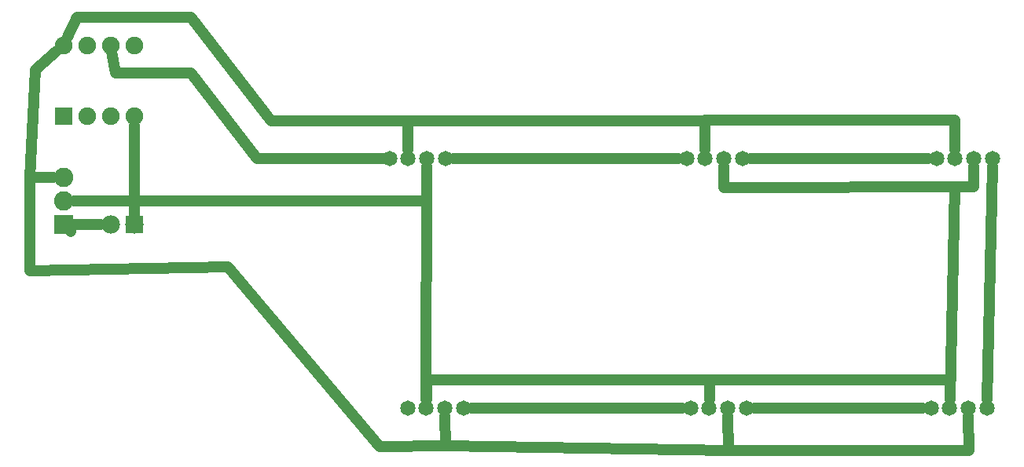
<source format=gbl>
G04 MADE WITH FRITZING*
G04 WWW.FRITZING.ORG*
G04 DOUBLE SIDED*
G04 HOLES PLATED*
G04 CONTOUR ON CENTER OF CONTOUR VECTOR*
%ASAXBY*%
%FSLAX23Y23*%
%MOIN*%
%OFA0B0*%
%SFA1.0B1.0*%
%ADD10C,0.075000*%
%ADD11C,0.082000*%
%ADD12C,0.078000*%
%ADD13C,0.065000*%
%ADD14R,0.075000X0.075000*%
%ADD15R,0.082000X0.082000*%
%ADD16R,0.078000X0.078000*%
%ADD17C,0.048000*%
%LNCOPPER0*%
G90*
G70*
G54D10*
X243Y2151D03*
X243Y2451D03*
X343Y2151D03*
X343Y2451D03*
X443Y2151D03*
X443Y2451D03*
X543Y2151D03*
X543Y2451D03*
G54D11*
X243Y1691D03*
X243Y1791D03*
X243Y1891D03*
G54D12*
X543Y1691D03*
X443Y1691D03*
G54D13*
X1863Y1971D03*
X1785Y1971D03*
X1706Y1971D03*
X1627Y1971D03*
X3123Y1971D03*
X3045Y1971D03*
X2966Y1971D03*
X2887Y1971D03*
X4183Y1971D03*
X4105Y1971D03*
X4026Y1971D03*
X3947Y1971D03*
X3923Y911D03*
X4002Y911D03*
X4081Y911D03*
X4160Y911D03*
X2903Y911D03*
X2982Y911D03*
X3061Y911D03*
X3140Y911D03*
X1703Y911D03*
X1782Y911D03*
X1861Y911D03*
X1940Y911D03*
G54D14*
X243Y2151D03*
G54D15*
X243Y1691D03*
G54D16*
X543Y1691D03*
G54D17*
X302Y2571D02*
X261Y2486D01*
D02*
X786Y2571D02*
X302Y2571D01*
D02*
X1123Y2131D02*
X786Y2571D01*
D02*
X1703Y2131D02*
X1123Y2131D01*
D02*
X1705Y2005D02*
X1703Y2131D01*
D02*
X1783Y1791D02*
X1784Y1936D01*
D02*
X543Y1791D02*
X1783Y1791D01*
D02*
X543Y2111D02*
X543Y1791D01*
D02*
X1703Y2131D02*
X1705Y2005D01*
D02*
X2963Y2131D02*
X1703Y2131D01*
D02*
X2965Y2005D02*
X2963Y2131D01*
D02*
X2963Y2132D02*
X2965Y2005D01*
D02*
X4024Y2132D02*
X2963Y2132D01*
D02*
X4026Y2005D02*
X4024Y2132D01*
D02*
X4103Y1851D02*
X4104Y1936D01*
D02*
X3046Y1848D02*
X4103Y1851D01*
D02*
X3045Y1936D02*
X3046Y1848D01*
D02*
X3158Y1971D02*
X3912Y1971D01*
D02*
X1898Y1971D02*
X2852Y1971D01*
D02*
X4083Y731D02*
X4081Y876D01*
D02*
X3063Y731D02*
X4083Y731D01*
D02*
X3061Y876D02*
X3063Y731D01*
D02*
X4103Y1851D02*
X4104Y1936D01*
D02*
X4023Y1851D02*
X4103Y1851D01*
D02*
X4003Y945D02*
X4023Y1851D01*
D02*
X3889Y911D02*
X3174Y911D01*
D02*
X3063Y731D02*
X3061Y876D01*
D02*
X1863Y751D02*
X3063Y731D01*
D02*
X1861Y876D02*
X1863Y751D01*
D02*
X2869Y911D02*
X1974Y911D01*
D02*
X1586Y748D02*
X1863Y751D01*
D02*
X941Y1510D02*
X1586Y748D01*
D02*
X102Y1890D02*
X102Y1493D01*
D02*
X102Y1493D02*
X941Y1510D01*
D02*
X1863Y751D02*
X1861Y876D01*
D02*
X200Y1890D02*
X102Y1890D01*
D02*
X244Y1690D02*
X402Y1691D01*
D02*
X274Y1660D02*
X244Y1690D01*
D02*
X543Y1791D02*
X287Y1791D01*
D02*
X543Y1732D02*
X543Y1791D01*
D02*
X543Y1791D02*
X287Y1791D01*
D02*
X543Y2111D02*
X543Y1791D01*
D02*
X124Y2348D02*
X213Y2425D01*
D02*
X102Y1890D02*
X124Y2348D01*
D02*
X200Y1890D02*
X102Y1890D01*
D02*
X1782Y945D02*
X1784Y1936D01*
D02*
X2983Y1031D02*
X1783Y1031D01*
D02*
X1783Y1031D02*
X1783Y945D01*
D02*
X2983Y945D02*
X2983Y1031D01*
D02*
X4160Y945D02*
X4183Y1936D01*
D02*
X2983Y1031D02*
X2983Y945D01*
D02*
X4003Y1031D02*
X2983Y1031D01*
D02*
X4003Y945D02*
X4003Y1031D01*
D02*
X784Y2332D02*
X1063Y1971D01*
D02*
X448Y2422D02*
X464Y2332D01*
D02*
X464Y2332D02*
X784Y2332D01*
D02*
X1063Y1971D02*
X1604Y1971D01*
G04 End of Copper0*
M02*
</source>
